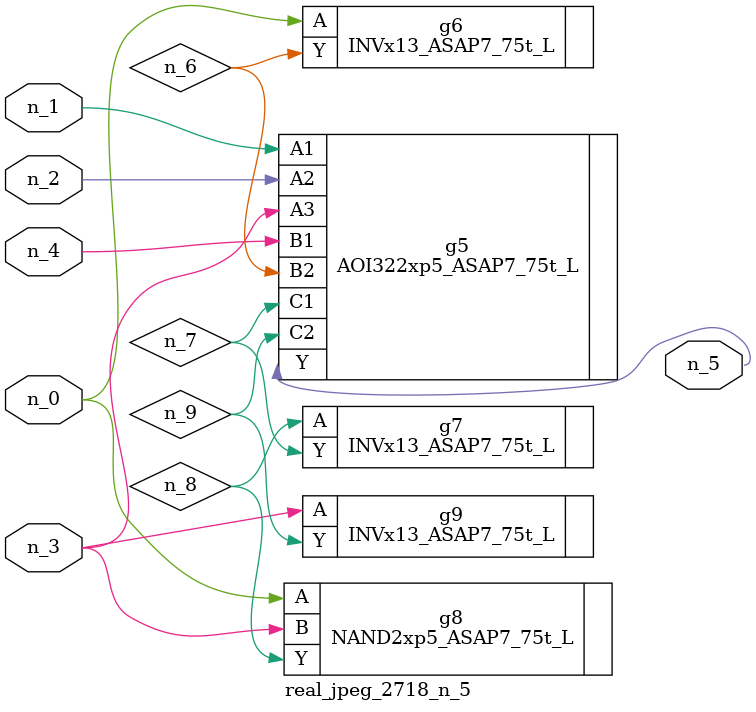
<source format=v>
module real_jpeg_2718_n_5 (n_4, n_0, n_1, n_2, n_3, n_5);

input n_4;
input n_0;
input n_1;
input n_2;
input n_3;

output n_5;

wire n_8;
wire n_6;
wire n_7;
wire n_9;

INVx13_ASAP7_75t_L g6 ( 
.A(n_0),
.Y(n_6)
);

NAND2xp5_ASAP7_75t_L g8 ( 
.A(n_0),
.B(n_3),
.Y(n_8)
);

AOI322xp5_ASAP7_75t_L g5 ( 
.A1(n_1),
.A2(n_2),
.A3(n_3),
.B1(n_4),
.B2(n_6),
.C1(n_7),
.C2(n_9),
.Y(n_5)
);

INVx13_ASAP7_75t_L g9 ( 
.A(n_3),
.Y(n_9)
);

INVx13_ASAP7_75t_L g7 ( 
.A(n_8),
.Y(n_7)
);


endmodule
</source>
